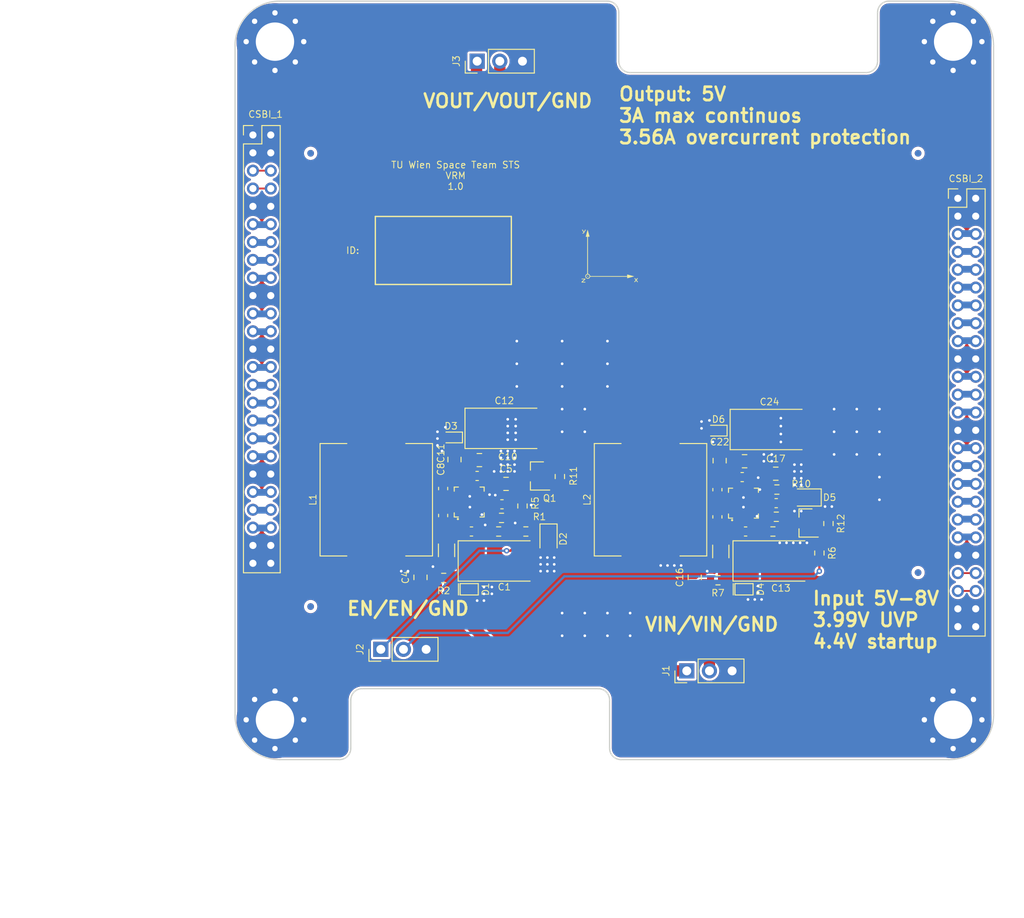
<source format=kicad_pcb>
(kicad_pcb (version 20211014) (generator pcbnew)
  (layers (0 "F.Cu" signal) (31 "B.Cu" signal) (34 "B.Paste" user) (35 "F.Paste" user) (36 "B.SilkS" user "B.Silkscreen") (37 "F.SilkS" user "F.Silkscreen") (38 "B.Mask" user) (39 "F.Mask" user) (44 "Edge.Cuts" user))
  (net 0 "")
  (net 1 "/STS1_connector/EDU_SPI_6")
  (net 2 "/STS1_connector/EDU_SPI_5")
  (net 3 "/STS1_connector/EDU_SPI_4")
  (net 4 "/STS1_connector/EDU_SPI_3")
  (net 5 "/STS1_connector/EDU_SPI_2")
  (net 6 "/STS1_connector/EDU_SPI_1")
  (net 7 "/STS1_connector/EDU_UPDATE")
  (net 8 "/STS1_connector/EDU_EN")
  (net 9 "/STS1_connector/UART_COBC_EDU_2")
  (net 10 "/STS1_connector/UART_COBC_EDU_1")
  (net 11 "/STS1_connector/EDU_Heartbeat")
  (net 12 "/STS1_connector/COBC_SPI_6")
  (net 13 "/STS1_connector/COBC_SPI_5")
  (net 14 "/STS1_connector/COBC_SPI_4")
  (net 15 "/STS1_connector/COBC_SPI_3")
  (net 16 "/STS1_connector/COBC_SPI_2")
  (net 17 "/STS1_connector/COBC_SPI_1")
  (net 18 "/STS1_connector/EPS_CHARGING")
  (net 19 "/STS1_connector/EPS_ANT_DEPLOYED")
  (net 20 "/STS1_connector/EPS_BAT_GOOD")
  (net 21 "/STS1_connector/UCI_COBC_3V3")
  (net 22 "/STS1_connector/UCI_COBC_UART_2")
  (net 23 "/STS1_connector/UCI_COBC_UART_1")
  (net 24 "unconnected-(CSBI_1-Pad45)")
  (net 25 "unconnected-(CSBI_1-Pad43)")
  (net 26 "unconnected-(CSBI_1-Pad41)")
  (net 27 "unconnected-(CSBI_1-Pad11)")
  (net 28 "unconnected-(CSBI_2-Pad11)")
  (net 29 "unconnected-(CSBI_2-Pad10)")
  (net 30 "unconnected-(CSBI_2-Pad7)")
  (net 31 "unconnected-(CSBI_2-Pad5)")
  (net 32 "/DCDC1/VIN")
  (net 33 "Net-(C4-Pad1)")
  (net 34 "Net-(C5-Pad1)")
  (net 35 "Net-(C6-Pad1)")
  (net 36 "Net-(C8-Pad1)")
  (net 37 "/sheet625FA2C9/VIN")
  (net 38 "Net-(C17-Pad1)")
  (net 39 "Net-(C18-Pad1)")
  (net 40 "Net-(C19-Pad2)")
  (net 41 "Net-(C19-Pad1)")
  (net 42 "/sheet625FA2C9/~{EN}")
  (net 43 "/DCDC1/~{EN}")
  (net 44 "/sheet625FA2C9/VOUT")
  (net 45 "/DCDC1/VOUT")
  (net 46 "AGND")
  (net 47 "Net-(C7-Pad2)")
  (net 48 "Net-(C7-Pad1)")
  (net 49 "Net-(C8-Pad2)")
  (net 50 "Net-(C16-Pad1)")
  (net 51 "Net-(C20-Pad2)")
  (net 52 "Net-(C20-Pad1)")
  (net 53 "Net-(D2-Pad1)")
  (net 54 "Net-(D5-Pad1)")
  (net 55 "Net-(Q1-Pad3)")
  (net 56 "Net-(Q2-Pad3)")
  (net 57 "Net-(CSBI_1-Pad7)")
  (net 58 "Net-(CSBI_1-Pad5)")
  (net 59 "Net-(CSBI_2-Pad45)")
  (net 60 "Net-(CSBI_2-Pad43)")
  (footprint "Fiducial:Fiducial_0.75mm_Mask1.5mm" (layer "F.Cu") (at 191.442 58.85)
    (fp_text reference "FID2" hide)
    (fp_text value "Fiducial")
  )
  (footprint "Fiducial:Fiducial_0.75mm_Mask1.5mm" (layer "F.Cu") (at 191.442 105.84)
    (fp_text reference "FID3" hide)
    (fp_text value "Fiducial")
  )
  (footprint "Fiducial:Fiducial_0.75mm_Mask1.5mm" (layer "F.Cu") (at 123.37 58.85)
    (fp_text reference "FID4" hide)
    (fp_text value "Fiducial")
  )
  (footprint "MountingHole:MountingHole_4.3mm_M4_Pad_Via" (layer "F.Cu") (at 119.37 46.34)
    (fp_text reference "H1" hide)
    (fp_text value "MountingHole_Pad" hide)
  )
  (footprint "MountingHole:MountingHole_4.3mm_M4_Pad_Via" (layer "F.Cu") (at 195.37 46.34)
    (fp_text reference "H2" hide)
    (fp_text value "MountingHole_Pad" hide)
  )
  (footprint "MountingHole:MountingHole_4.3mm_M4_Pad_Via" (layer "F.Cu") (at 119.37 122.34)
    (fp_text reference "H3" hide)
    (fp_text value "MountingHole_Pad" hide)
  )
  (footprint "MountingHole:MountingHole_4.3mm_M4_Pad_Via" (layer "F.Cu") (at 195.37 122.34)
    (fp_text reference "H4" hide)
    (fp_text value "MountingHole_Pad" hide)
  )
  (footprint "STS:Coordinates" (layer "F.Cu") (at 156.88654 70.375)
    (fp_text reference "U1" hide)
    (fp_text value "coordinate_system" hide)
  )
  (footprint "Fiducial:Fiducial_0.75mm_Mask1.5mm" (layer "F.Cu") (at 123.37 109.65)
    (fp_text reference "FID1" hide)
    (fp_text value "Fiducial")
  )
  (footprint "Connector_PinHeader_2.00mm:PinHeader_2x25_P2.00mm_Vertical" (layer "F.Cu") (at 195.9 63.9)
    (fp_text reference "CSBI_2")
    (fp_text value "Conn_02x25_Odd_Even")
  )
  (footprint "Connector_PinHeader_2.00mm:PinHeader_2x25_P2.00mm_Vertical" (layer "F.Cu") (at 116.9 56.8)
    (fp_text reference "CSBI_1")
    (fp_text value "Conn_02x25_Odd_Even")
  )
  (footprint "Connector_PinHeader_2.54mm:PinHeader_1x03_P2.54mm_Vertical" (layer "F.Cu") (at 165.52254 116.857 90)
    (fp_text reference "J1")
    (fp_text value "Conn_01x03_Female")
  )
  (footprint "Connector_PinHeader_2.54mm:PinHeader_1x03_P2.54mm_Vertical" (layer "F.Cu") (at 131.23254 114.444 90)
    (fp_text reference "J2")
    (fp_text value "Conn_01x03_Female")
  )
  (footprint "Connector_PinHeader_2.54mm:PinHeader_1x03_P2.54mm_Vertical" (layer "F.Cu") (at 142.02754 48.531 90)
    (fp_text reference "J3")
    (fp_text value "Conn_01x03_Female")
  )
  (footprint "Capacitor_Tantalum_SMD:CP_EIA-7343-43_Kemet-X" (layer "F.Cu") (at 144.31354 104.538)
    (fp_text reference "C1")
    (fp_text value "100uF")
  )
  (footprint "Capacitor_SMD:C_1206_3216Metric" (layer "F.Cu") (at 138.59854 103.346 -90)
    (fp_text reference "C2" hide)
    (fp_text value "22uF")
  )
  (footprint "Capacitor_SMD:C_0603_1608Metric" (layer "F.Cu") (at 141.39254 101.236)
    (fp_text reference "C3" hide)
    (fp_text value "100nF")
  )
  (footprint "Capacitor_SMD:C_0805_2012Metric" (layer "F.Cu") (at 135.67754 106.377 90)
    (fp_text reference "C4")
    (fp_text value "1uF")
  )
  (footprint "Capacitor_SMD:C_0805_2012Metric" (layer "F.Cu") (at 145.26854 95.902)
    (fp_text reference "C5")
    (fp_text value "1uF")
  )
  (footprint "Capacitor_SMD:C_0603_1608Metric" (layer "F.Cu") (at 144.80854 98.188)
    (fp_text reference "C6" hide)
    (fp_text value "22nF")
  )
  (footprint "Capacitor_SMD:C_0603_1608Metric" (layer "F.Cu") (at 138.21754 99.445 -90)
    (fp_text reference "C7" hide)
    (fp_text value "100nF")
  )
  (footprint "Capacitor_SMD:C_0603_1608Metric" (layer "F.Cu") (at 138.21754 96.423 90)
    (fp_text reference "C8")
    (fp_text value "100nF")
  )
  (footprint "Capacitor_SMD:C_0603_1608Metric" (layer "F.Cu") (at 142.02754 95.013)
    (fp_text reference "C9" hide)
    (fp_text value "100nF")
  )
  (footprint "Capacitor_SMD:C_0805_2012Metric" (layer "F.Cu") (at 142.28154 93.235)
    (fp_text reference "C10")
    (fp_text value "10uF")
  )
  (footprint "Capacitor_SMD:C_0805_2012Metric" (layer "F.Cu") (at 139.48754 93.174 90)
    (fp_text reference "C11")
    (fp_text value "10uF")
  )
  (footprint "Capacitor_Tantalum_SMD:CP_EIA-7343-43_Kemet-X" (layer "F.Cu") (at 145.07554 89.679)
    (fp_text reference "C12")
    (fp_text value "100uF")
  )
  (footprint "Capacitor_Tantalum_SMD:CP_EIA-7343-43_Kemet-X" (layer "F.Cu") (at 175.11004 104.538)
    (fp_text reference "C13")
    (fp_text value "100uF")
  )
  (footprint "Capacitor_SMD:C_1206_3216Metric" (layer "F.Cu") (at 169.33254 103.473 -90)
    (fp_text reference "C14" hide)
    (fp_text value "22uF")
  )
  (footprint "Capacitor_SMD:C_0603_1608Metric" (layer "F.Cu") (at 172.11354 101.236)
    (fp_text reference "C15" hide)
    (fp_text value "100nF")
  )
  (footprint "Capacitor_SMD:C_0805_2012Metric" (layer "F.Cu") (at 166.41154 106.377 90)
    (fp_text reference "C16")
    (fp_text value "1uF")
  )
  (footprint "Capacitor_SMD:C_0805_2012Metric" (layer "F.Cu") (at 175.49454 94.759)
    (fp_text reference "C17")
    (fp_text value "1uF")
  )
  (footprint "Capacitor_SMD:C_0603_1608Metric" (layer "F.Cu") (at 175.54254 98.061)
    (fp_text reference "C18" hide)
    (fp_text value "22nF")
  )
  (footprint "Capacitor_SMD:C_0603_1608Metric" (layer "F.Cu") (at 168.95154 99.598 -90)
    (fp_text reference "C19" hide)
    (fp_text value "100nF")
  )
  (footprint "Capacitor_SMD:C_0603_1608Metric" (layer "F.Cu") (at 168.95154 96.55 90)
    (fp_text reference "C20" hide)
    (fp_text value "100nF")
  )
  (footprint "Capacitor_SMD:C_0603_1608Metric" (layer "F.Cu") (at 171.73254 95.14)
    (fp_text reference "C21" hide)
    (fp_text value "100nF")
  )
  (footprint "Capacitor_SMD:C_0805_2012Metric" (layer "F.Cu") (at 169.20554 93.296 90)
    (fp_text reference "C22")
    (fp_text value "10uF")
  )
  (footprint "Capacitor_SMD:C_0805_2012Metric" (layer "F.Cu") (at 171.99954 93.362)
    (fp_text reference "C23" hide)
    (fp_text value "10uF")
  )
  (footprint "Capacitor_Tantalum_SMD:CP_EIA-7343-43_Kemet-X" (layer "F.Cu") (at 174.79354 89.806)
    (fp_text reference "C24")
    (fp_text value "100uF")
  )
  (footprint "STS1_Diodes:SGP1610N2" (layer "F.Cu") (at 141.13854 107.713 90)
    (fp_text reference "D1")
    (fp_text value "UCLAMP0871P.TNT ")
  )
  (footprint "Diode_SMD:D_0805_2012Metric" (layer "F.Cu") (at 150.02854 102.0765 -90)
    (fp_text reference "D2")
    (fp_text value "BZY55C12 RYG ")
  )
  (footprint "Diode_SMD:D_SOD-523" (layer "F.Cu") (at 139.23354 90.695 180)
    (fp_text reference "D3")
    (fp_text value "AQ1003-01LTG ")
  )
  (footprint "STS1_Diodes:SGP1610N2" (layer "F.Cu") (at 171.93604 107.713 90)
    (fp_text reference "D4")
    (fp_text value "UCLAMP0871P.TNT ")
  )
  (footprint "Diode_SMD:D_0805_2012Metric" (layer "F.Cu") (at 178.90604 97.426 180)
    (fp_text reference "D5")
    (fp_text value "BZY55C12 RYG ")
  )
  (footprint "Diode_SMD:D_SOD-523" (layer "F.Cu") (at 168.88954 89.933 180)
    (fp_text reference "D6")
    (fp_text value "AQ1003-01LTG ")
  )
  (footprint "Inductor_SMD:L_12x12mm_H6mm" (layer "F.Cu") (at 130.72454 97.68 90)
    (fp_text reference "L1")
    (fp_text value "4.7uH")
  )
  (footprint "Inductor_SMD:L_12x12mm_H6mm" (layer "F.Cu") (at 161.45854 97.68 90)
    (fp_text reference "L2")
    (fp_text value "4.7uH")
  )
  (footprint "Package_TO_SOT_SMD:SOT-23" (layer "F.Cu") (at 148.75854 95.013 180)
    (fp_text reference "Q1")
    (fp_text value "BSS123")
  )
  (footprint "Package_TO_SOT_SMD:SOT-23" (layer "F.Cu") (at 178.85754 100.2835 180)
    (fp_text reference "Q2" hide)
    (fp_text value "BSS123")
  )
  (footprint "Resistor_SMD:R_0603_1608Metric" (layer "F.Cu") (at 147.48854 101.236)
    (fp_text reference "R1")
    (fp_text value "10k")
  )
  (footprint "Resistor_SMD:R_0603_1608Metric" (layer "F.Cu") (at 138.28054 106.443 180)
    (fp_text reference "R2")
    (fp_text value "100mR")
  )
  (footprint "Resistor_SMD:R_0603_1608Metric" (layer "F.Cu") (at 144.44054 101.236 180)
    (fp_text reference "R3" hide)
    (fp_text value "100k")
  )
  (footprint "Resistor_SMD:R_0603_1608Metric" (layer "F.Cu") (at 144.75854 99.712)
    (fp_text reference "R4" hide)
    (fp_text value "33k")
  )
  (footprint "Resistor_SMD:R_0603_1608Metric" (layer "F.Cu") (at 147.10754 98.379 -90)
    (fp_text reference "R5")
    (fp_text value "21k5")
  )
  (footprint "Resistor_SMD:R_0603_1608Metric" (layer "F.Cu") (at 180.38154 103.6495 -90)
    (fp_text reference "R6")
    (fp_text value "10k")
  )
  (footprint "Resistor_SMD:R_0603_1608Metric" (layer "F.Cu") (at 169.01454 106.697 180)
    (fp_text reference "R7")
    (fp_text value "100mR")
  )
  (footprint "Resistor_SMD:R_0603_1608Metric" (layer "F.Cu") (at 175.17454 101.236 180)
    (fp_text reference "R8" hide)
    (fp_text value "100k")
  )
  (footprint "Resistor_SMD:R_0603_1608Metric" (layer "F.Cu") (at 175.55554 99.585)
    (fp_text reference "R9" hide)
    (fp_text value "33k")
  )
  (footprint "Resistor_SMD:R_0603_1608Metric" (layer "F.Cu") (at 175.61954 96.537)
    (fp_text reference "R10")
    (fp_text value "21k5")
  )
  (footprint "STS1_DCDC:MP28167_QFN16" (layer "F.Cu") (at 141.13854 97.934 90)
    (fp_text reference "U2" hide)
    (fp_text value "MP28167GQ")
  )
  (footprint "STS1_DCDC:MP28167_QFN16" (layer "F.Cu") (at 171.87254 98.061 90)
    (fp_text reference "U3" hide)
    (fp_text value "MP28167GQ")
  )
  (footprint "Resistor_SMD:R_0603_1608Metric" (layer "F.Cu") (at 151.29854 95.076 90)
    (fp_text reference "R11")
    (fp_text value "1M")
  )
  (footprint "Resistor_SMD:R_0603_1608Metric" (layer "F.Cu") (at 181.39754 100.3465 90)
    (fp_text reference "R12")
    (fp_text value "1M")
  )
  (footprint "Fiducial:Fiducial_0.75mm_Mask1.5mm" (layer "B.Cu") (at 123.37 58.85)
    (fp_text reference "FID5" hide)
    (fp_text value "Fiducial")
  )
  (footprint "Fiducial:Fiducial_0.75mm_Mask1.5mm" (layer "B.Cu") (at 191.442 105.84)
    (fp_text reference "FID7" hide)
    (fp_text value "Fiducial")
  )
  (footprint "Fiducial:Fiducial_0.75mm_Mask1.5mm" (layer "B.Cu") (at 123.37 109.65)
    (fp_text reference "FID8" hide)
    (fp_text value "Fiducial")
  )
  (footprint "Fiducial:Fiducial_0.75mm_Mask1.5mm" (layer "B.Cu") (at 191.442 58.85)
    (fp_text reference "FID6" hide)
    (fp_text value "Fiducial")
  )
  (gr_line (start 130.6215 73.5515) (end 130.6215 65.9315) (layer "F.SilkS") (width 0.15))
  (gr_line (start 145.8615 65.9315) (end 145.8615 73.5515) (layer "F.SilkS") (width 0.15))
  (gr_line (start 145.8615 73.5515) (end 130.6215 73.5515) (layer "F.SilkS") (width 0.15))
  (gr_line (start 130.6215 65.9315) (end 145.8615 65.9315) (layer "F.SilkS") (width 0.15))
  (gr_line (start 158.14 126.8) (end 194.9 126.8) (layer "Edge.Cuts") (width 0.15))
  (gr_line (start 114.9 46.8) (end 114.9 121.8) (layer "Edge.Cuts") (width 0.15))
  (gr_line (start 156.87 120.12) (end 156.87 125.53) (layer "Edge.Cuts") (width 0.15))
  (gr_line (start 186.90254 43.07) (end 186.90254 48.53636) (layer "Edge.Cuts") (width 0.15))
  (gr_arc (start 194.9 41.8) (mid 198.435534 43.264466) (end 199.9 46.8) (layer "Edge.Cuts") (width 0.15))
  (gr_arc (start 119.9 126.8) (mid 116.364466 125.335534) (end 114.9 121.8) (layer "Edge.Cuts") (width 0.15))
  (gr_arc (start 114.9 46.8) (mid 116.364466 43.264466) (end 119.9 41.8) (layer "Edge.Cuts") (width 0.15))
  (gr_arc (start 186.90254 43.07) (mid 187.274514 42.171974) (end 188.17254 41.8) (layer "Edge.Cuts") (width 0.15))
  (gr_line (start 119.9 126.8) (end 126.6 126.8) (layer "Edge.Cuts") (width 0.15))
  (gr_arc (start 127.87 120.12) (mid 128.241974 119.221974) (end 129.14 118.85) (layer "Edge.Cuts") (width 0.15))
  (gr_line (start 156.63254 41.8) (end 119.9 41.8) (layer "Edge.Cuts") (width 0.15))
  (gr_arc (start 156.63254 41.8) (mid 157.530566 42.171974) (end 157.90254 43.07) (layer "Edge.Cuts") (width 0.15))
  (gr_line (start 188.17254 41.8) (end 194.9 41.8) (layer "Edge.Cuts") (width 0.15))
  (gr_line (start 185.63254 49.80636) (end 159.17254 49.80636) (layer "Edge.Cuts") (width 0.15))
  (gr_arc (start 186.90254 48.53636) (mid 186.530566 49.434386) (end 185.63254 49.80636) (layer "Edge.Cuts") (width 0.15))
  (gr_line (start 157.90254 48.53636) (end 157.90254 43.07) (layer "Edge.Cuts") (width 0.15))
  (gr_arc (start 199.9 121.8) (mid 198.435534 125.335534) (end 194.9 126.8) (layer "Edge.Cuts") (width 0.15))
  (gr_line (start 127.87 125.53) (end 127.87 120.12) (layer "Edge.Cuts") (width 0.15))
  (gr_arc (start 127.87 125.53) (mid 127.498026 126.428026) (end 126.6 126.8) (layer "Edge.Cuts") (width 0.15))
  (gr_arc (start 159.17254 49.80636) (mid 158.274514 49.434386) (end 157.90254 48.53636) (layer "Edge.Cuts") (width 0.15))
  (gr_arc (start 155.6 118.85) (mid 156.498026 119.221974) (end 156.87 120.12) (layer "Edge.Cuts") (width 0.15))
  (gr_line (start 199.9 121.8) (end 199.9 46.8) (layer "Edge.Cuts") (width 0.15))
  (gr_line (start 129.14 118.85) (end 155.6 118.85) (layer "Edge.Cuts") (width 0.15))
  (gr_arc (start 158.14 126.8) (mid 157.241974 126.428026) (end 156.87 125.53) (layer "Edge.Cuts") (width 0.15))
  (gr_text "TU Wien Space Team STS\nVRM\n1.0" (at 139.61454 61.358) (layer "F.SilkS") (effects (font (size 0.75 0.75) (thickness 0.1))))
  (gr_text "Output: 5V\n3A max continuos\n3.56A overcurrent protection" (at 157.77554 54.627) (layer "F.SilkS") (effects (font (size 1.5 1.5) (thickness 0.3)) (justify left)))
  (gr_text "VOUT/VOUT/GND" (at 145.45654 52.976) (layer "F.SilkS") (effects (font (size 1.5 1.5) (thickness 0.3))))
  (gr_text "VIN/VIN/GND" (at 168.31654 111.65) (layer "F.SilkS") (effects (font (size 1.5 1.5) (thickness 0.3))))
  (gr_text "Input 5V-8V\n3.99V UVP\n4.4V startup" (at 179.49254 111.142) (layer "F.SilkS") (effects (font (size 1.5 1.5) (thickness 0.3)) (justify left)))
  (gr_text "ID:" (at 128.0815 69.7415) (layer "F.SilkS") (effects (font (size 0.75 0.75) (thickness 0.1))))
  (gr_text "EN/EN/GND" (at 134.28054 109.872) (layer "F.SilkS") (effects (font (size 1.5 1.5) (thickness 0.3))))
  (segment (start 116.87 92.85) (end 118.87 92.85) (width 0.762) (layer "B.Cu") (net 1))
  (segment (start 116.87 90.85) (end 118.87 90.85) (width 0.762) (layer "B.Cu") (net 2))
  (segment (start 116.87 88.85) (end 118.87 88.85) (width 0.762) (layer "B.Cu") (net 3))
  (segment (start 116.87 86.85) (end 118.87 86.85) (width 0.762) (layer "B.Cu") (net 4))
  (segment (start 116.87 84.85) (end 118.87 84.85) (width 0.762) (layer "B.Cu") (net 5))
  (segment (start 116.87 82.85) (end 118.87 82.85) (width 0.762) (layer "B.Cu") (net 6))
  (segment (start 116.87 78.85) (end 118.87 78.85) (width 0.762) (layer "B.Cu") (net 7))
  (segment (start 116.87 76.85) (end 118.87 76.85) (width 0.762) (layer "B.Cu") (net 8))
  (segment (start 116.87 72.85) (end 118.87 72.85) (width 0.762) (layer "B.Cu") (net 9))
  (segment (start 116.87 70.85) (end 118.87 70.85) (width 0.762) (layer "B.Cu") (net 10))
  (segment (start 116.87 68.85) (end 118.87 68.85) (width 0.762) (layer "B.Cu") (net 11))
  (segment (start 197.87 101.85) (end 195.87 101.85) (width 0.762) (layer "B.Cu") (net 12))
  (segment (start 197.87 99.85) (end 195.87 99.85) (width 0.762) (layer "B.Cu") (net 13))
  (segment (start 197.87 97.85) (end 195.87 97.85) (width 0.762) (layer "B.Cu") (net 14))
  (segment (start 197.87 95.85) (end 195.87 95.85) (width 0.762) (layer "B.Cu") (net 15))
  (segment (start 197.87 93.85) (end 195.87 93.85) (width 0.762) (layer "B.Cu") (net 16))
  (segment (start 197.87 91.85) (end 195.87 91.85) (width 0.762) (layer "B.Cu") (net 17))
  (segment (start 197.87 87.85) (end 195.87 87.85) (width 0.762) (layer "B.Cu") (net 18))
  (segment (start 197.87 85.85) (end 195.87 85.85) (width 0.762) (layer "B.Cu") (net 19))
  (segment (start 197.87 83.85) (end 195.87 83.85) (width 0.762) (layer "B.Cu") (net 20))
  (segment (start 197.87 79.85) (end 195.87 79.85) (width 0.762) (layer "B.Cu") (net 21))
  (segment (start 197.87 77.85) (end 195.87 77.85) (width 0.762) (layer "B.Cu") (net 22))
  (segment (start 197.87 75.85) (end 195.87 75.85) (width 0.762) (layer "B.Cu") (net 23))
  (segment (start 116.87 100.85) (end 118.87 100.85) (width 0.762) (layer "B.Cu") (net 24))
  (segment (start 116.87 98.85) (end 118.87 98.85) (width 0.762) (layer "B.Cu") (net 25))
  (segment (start 116.87 96.85) (end 118.87 96.85) (width 0.762) (layer "B.Cu") (net 26))
  (segment (start 116.87 66.85) (end 118.87 66.85) (width 0.762) (layer "B.Cu") (net 27))
  (segment (start 197.87 73.85) (end 195.87 73.85) (width 0.762) (layer "B.Cu") (net 28))
  (segment (start 197.87 71.85) (end 195.87 71.85) (width 0.762) (layer "B.Cu") (net 29))
  (segment (start 197.87 69.85) (end 195.87 69.85) (width 0.762) (layer "B.Cu") (net 30))
  (segment (start 197.87 67.85) (end 195.87 67.85) (width 0.762) (layer "B.Cu") (net 31))
  (segment (start 139.48754 109.872) (end 139.48754 107.078) (width 1.27) (layer "F.Cu") (net 32))
  (segment (start 165.52254 116.857) (end 146.47254 116.857) (width 1.27) (layer "F.Cu") (net 32))
  (segment (start 145.26554 101.236) (end 144.180919 102.320621) (width 0.2032) (layer "F.Cu") (net 32))
  (segment (start 144.180919 102.320621) (end 141.702161 102.320621) (width 0.2032) (layer "F.Cu") (net 32))
  (segment (start 146.47254 116.857) (end 139.48754 109.872) (width 1.27) (layer "F.Cu") (net 32))
  (segment (start 141.702161 102.320621) (end 140.61754 101.236) (width 0.2032) (layer "F.Cu") (net 32))
  (segment (start 136.56154 106.443) (end 135.67754 107.327) (width 0.2032) (layer "F.Cu") (net 33))
  (segment (start 137.45554 106.443) (end 136.56154 106.443) (width 0.2032) (layer "F.Cu") (net 33))
  (segment (start 144.31854 95.902) (end 142.470541 95.902) (width 0.2032) (layer "F.Cu") (net 34))
  (segment (start 142.470541 95.902) (end 141.888541 96.484) (width 0.2032) (layer "F.Cu") (net 34))
  (segment (start 145.160126 97.45899) (end 144.431116 98.188) (width 0.2032) (layer "F.Cu") (net 35))
  (segment (start 147.10754 97.554) (end 147.01253 97.45899) (width 0.2032) (layer "F.Cu") (net 35))
  (segment (start 144.431116 98.188) (end 144.03354 98.188) (width 0.2032) (layer "F.Cu") (net 35))
  (segment (start 143.52954 97.684) (end 144.03354 98.188) (width 0.254) (layer "F.Cu") (net 35))
  (segment (start 147.01253 97.45899) (end 145.160126 97.45899) (width 0.2032) (layer "F.Cu") (net 35))
  (segment (start 142.347326 97.684) (end 143.52954 97.684) (width 0.254) (layer "F.Cu") (net 35))
  (segment (start 139.92983 97.684) (end 138.70354 97.684) (width 0.2032) (layer "F.Cu") (net 36))
  (segment (start 138.70354 97.684) (end 138.21754 97.198) (width 0.2032) (layer "F.Cu") (net 36))
  (segment (start 168.06254 116.857) (end 168.06254 110.3165) (width 1.27) (layer "F.Cu") (net 37))
  (segment (start 172.09295 101.99041) (end 175.24513 101.99041) (width 0.254) (layer "F.Cu") (net 37))
  (segment (start 168.06254 110.3165) (end 170.60254 107.7765) (width 1.27) (layer "F.Cu") (net 37))
  (segment (start 171.33854 101.236) (end 172.09295 101.99041) (width 0.254) (layer "F.Cu") (net 37))
  (segment (start 175.24513 101.99041) (end 175.99954 101.236) (width 0.254) (layer "F.Cu") (net 37))
  (segment (start 172.622541 96.611) (end 173.450639 95.782902) (width 0.254) (layer "F.Cu") (net 38))
  (segment (start 174.245638 95.782902) (end 174.54454 95.484) (width 0.254) (layer "F.Cu") (net 38))
  (segment (start 174.54454 95.484) (end 174.54454 94.759) (width 0.254) (layer "F.Cu") (net 38))
  (segment (start 173.450639 95.782902) (end 174.245638 95.782902) (width 0.254) (layer "F.Cu") (net 38))
  (segment (start 174.76754 98.061) (end 174.51754 97.811) (width 0.254) (layer "F.Cu") (net 39))
  (segment (start 174.76754 96.564) (end 174.79454 96.537) (width 0.254) (layer "F.Cu") (net 39))
  (segment (start 174.51754 97.811) (end 173.081326 97.811) (width 0.254) (layer "F.Cu") (net 39))
  (segment (start 174.76754 98.061) (end 174.76754 96.564) (width 0.254) (layer "F.Cu") (net 39))
  (segment (start 168.95154 100.282001) (end 170.42254 98.811001) (width 0.254) (layer "F.Cu") (net 40))
  (segment (start 168.95154 100.373) (end 168.95154 100.282001) (width 0.254) (layer "F.Cu") (net 40))
  (segment (start 170.66383 98.311) (end 169.46354 98.311) (width 0.254) (layer "F.Cu") (net 41))
  (segment (start 169.46354 98.311) (end 168.95154 98.823) (width 0.254) (layer "F.Cu") (net 41))
  (segment (start 180.38154 104.4745) (end 180.38154 105.681) (width 0.254) (layer "F.Cu") (net 42))
  (via (at 180.38154 105.681) (size 0.6) (drill 0.3) (layers "F.Cu" "B.Cu") (net 42))
  (segment (start 151.798639 106.260401) (end 145.45654 112.6025) (width 0.254) (layer "B.Cu") (net 42))
  (segment (start 179.802139 106.260401) (end 151.798639 106.260401) (width 0.254) (layer "B.Cu") (net 42))
  (segment (start 180.38154 105.681) (end 179.802139 106.260401) (width 0.254) (layer "B.Cu") (net 42))
  (segment (start 145.45654 112.6025) (end 135.61404 112.6025) (width 0.254) (layer "B.Cu") (net 42))
  (segment (start 135.61404 112.6025) (end 133.77254 114.444) (width 0.254) (layer "B.Cu") (net 42))
  (segment (start 147.91354 101.236) (end 145.75454 103.395) (width 0.254) (layer "F.Cu") (net 43))
  (segment (start 148.31354 101.236) (end 147.91354 101.236) (width 0.254) (layer "F.Cu") (net 43))
  (segment (start 145.75454 103.395) (end 145.32954 103.395) (width 0.254) (layer "F.Cu") (net 43))
  (via (at 145.32954 103.395) (size 0.6) (drill 0.3) (layers "F.Cu" "B.Cu") (net 43))
  (segment (start 145.32954 103.395) (end 142.28154 103.395) (width 0.254) (layer "B.Cu") (net 43))
  (segment (start 142.28154 103.395) (end 131.23254 114.444) (width 0.254) (layer "B.Cu") (net 43))
  (segment (start 171.122539 96.611) (end 171.122539 95.304999) (width 0.254) (layer "F.Cu") (net 44))
  (segment (start 171.122539 95.304999) (end 170.95754 95.14) (width 0.254) (layer "F.Cu") (net 44))
  (segment (start 144.56754 60.977) (end 169.58954 85.999) (width 1.27) (layer "F.Cu") (net 44))
  (segment (start 144.56754 48.531) (end 144.56754 60.977) (width 1.27) (layer "F.Cu") (net 44))
  (segment (start 169.58954 85.999) (end 169.58954 89.933) (width 1.27) (layer "F.Cu") (net 44))
  (segment (start 141.96304 48.5955) (end 142.02754 48.531) (width 1.27) (layer "F.Cu") (net 45))
  (segment (start 141.96304 89.679) (end 141.96304 48.5955) (width 1.27) (layer "F.Cu") (net 45))
  (segment (start 172.12254 95.525) (end 172.50754 95.14) (width 0.254) (layer "F.Cu") (net 46))
  (segment (start 142.588626 98.684062) (end 141.393302 98.684062) (width 0.2032) (layer "F.Cu") (net 46))
  (segment (start 172.178102 98.811062) (end 171.87254 98.5055) (width 0.254) (layer "F.Cu") (net 46))
  (segment (start 140.88854 98.8317) (end 141.21474 98.5055) (width 0.2032) (layer "F.Cu") (net 46))
  (segment (start 173.322626 98.811062) (end 172.178102 98.811062) (width 0.254) (layer "F.Cu") (net 46))
  (segment (start 138.09554 92.224) (end 138.09054 92.219) (width 0.2032) (layer "F.Cu") (net 46))
  (segment (start 141.536304 98.183936) (end 141.21474 98.5055) (width 0.2032) (layer "F.Cu") (net 46))
  (segment (start 171.62254 98.7555) (end 171.87254 98.5055) (width 0.254) (layer "F.Cu") (net 46))
  (segment (start 173.322626 97.310938) (end 173.322626 96.928414) (width 0.254) (layer "F.Cu") (net 46))
  (segment (start 142.347326 98.183936) (end 141.536304 98.183936) (width 0.2032) (layer "F.Cu") (net 46))
  (segment (start 144.05954 97.1593) (end 143.472744 97.1593) (width 0.2032) (layer "F.Cu") (net 46))
  (segment (start 172.622541 99.511) (end 172.622541 98.9014) (width 0.254) (layer "F.Cu") (net 46))
  (segment (start 140.88854 99.384) (end 140.88854 98.8317) (width 0.2032) (layer "F.Cu") (net 46))
  (segment (start 171.87254 96.861) (end 172.12254 96.611) (width 0.254) (layer "F.Cu") (net 46))
  (segment (start 142.16754 101.236) (end 142.901175 100.502365) (width 0.2032) (layer "F.Cu") (net 46))
  (segment (start 171.87254 97.426) (end 171.87254 96.861) (width 0.254) (layer "F.Cu") (net 46))
  (segment (start 172.12254 96.611) (end 172.12254 95.525) (width 0.254) (layer "F.Cu") (net 46))
  (segment (start 141.38854 96.484) (end 141.38854 97.1125) (width 0.2032) (layer "F.Cu") (net 46))
  (segment (start 173.081326 98.569762) (end 173.322626 98.811062) (width 0.254) (layer "F.Cu") (net 46))
  (segment (start 145.664531 98.268991) (end 148.08289 98.268991) (width 0.2032) (layer "F.Cu") (net 46))
  (segment (start 172.88854 101.236) (end 172.526886 101.236) (width 0.254) (layer "F.Cu") (net 46))
  (segment (start 142.588626 97.183938) (end 141.317102 97.183938) (width 0.2032) (layer "F.Cu") (net 46))
  (segment (start 172.50754 95.14) (end 173.46004 95.14) (width 0.254) (layer "F.Cu") (net 46))
  (segment (start 145.58354 98.188) (end 145.664531 98.268991) (width 0.2032) (layer "F.Cu") (net 46))
  (segment (start 173.322626 96.928414) (end 173.71404 96.537) (width 0.254) (layer "F.Cu") (net 46))
  (segment (start 143.338686 97.183938) (end 143.418034 97.10459) (width 0.2032) (layer "F.Cu") (net 46))
  (segment (start 141.38854 97.1125) (end 141.20204 97.299) (width 0.2032) (layer "F.Cu") (net 46))
  (segment (start 172.226641 98.5055) (end 171.87254 98.5055) (width 0.254) (layer "F.Cu") (net 46))
  (segment (start 141.888541 98.8252) (end 141.568841 98.5055) (width 0.2032) (layer "F.Cu") (net 46))
  (segment (start 141.317102 97.183938) (end 141.20204 97.299) (width 0.2032) (layer "F.Cu") (net 46))
  (segment (start 144.05954 97.1593) (end 144.956907 97.1593) (width 0.2032) (layer "F.Cu") (net 46))
  (segment (start 171.62254 100.331654) (end 171.62254 99.511) (width 0.254) (layer "F.Cu") (net 46))
  (segment (start 139.48754 92.224) (end 138.09554 92.224) (width 0.2032) (layer "F.Cu") (net 46))
  (segment (start 173.322626 99.447586) (end 173.39654 99.5215) (width 0.254) (layer "F.Cu") (net 46))
  (segment (start 145.58354 99.712) (end 145.718516 99.712) (width 0.2032) (layer "F.Cu") (net 46))
  (segment (start 172.067104 98.310936) (end 171.87254 98.5055) (width 0.254) (layer "F.Cu") (net 46))
  (segment (start 173.46004 95.14) (end 173.52354 95.2035) (width 0.254) (layer "F.Cu") (net 46))
  (segment (start 141.568841 98.5055) (end 141.21474 98.5055) (width 0.2032) (layer "F.Cu") (net 46))
  (segment (start 143.472744 97.1593) (end 143.418034 97.10459) (width 0.2032) (layer "F.Cu") (net 46))
  (segment (start 141.393302 98.684062) (end 141.21474 98.5055) (width 0.2032) (layer "F.Cu") (net 46))
  (segment (start 140.88854 96.9855) (end 141.20204 97.299) (width 0.2032) (layer "F.Cu") (net 46))
  (segment (start 172.622541 98.9014) (end 172.226641 98.5055) (width 0.254) (layer "F.Cu") (net 46))
  (segment (start 172.526886 101.236) (end 171.62254 100.331654) (width 0.254) (layer "F.Cu") (net 46))
  (segment (start 142.901175 100.502365) (end 142.930425 100.502365) (width 0.2032) (layer "F.Cu") (net 46))
  (segment (start 140.88854 96.484) (end 140.88854 96.9855) (width 0.2032) (layer "F.Cu") (net 46))
  (segment (start 173.322626 98.811062) (end 173.322626 99.447586) (width 0.254) (layer "F.Cu") (net 46))
  (segment (start 141.888541 99.384) (end 141.888541 98.8252) (width 0.2032) (layer "F.Cu") (net 46))
  (segment (start 173.081326 98.310936) (end 172.067104 98.310936) (width 0.254) (layer "F.Cu") (net 46))
  (segment (start 173.081326 98.310936) (end 173.081326 98.569762) (width 0.254) (layer "F.Cu") (net 46))
  (segment (start 145.718516 99.712) (end 146.291705 100.285189) (width 0.2032) (layer "F.Cu") (net 46))
  (segment (start 171.87254 96.861) (end 171.62254 96.611) (width 0.254) (layer "F.Cu") (net 46))
  (segment (start 144.956907 97.1593) (end 146.214207 95.902) (width 0.2032) (layer "F.Cu") (net 46))
  (segment (start 142.588626 97.183938) (end 143.338686 97.183938) (width 0.2032) (layer "F.Cu") (net 46))
  (segment (start 171.62254 99.511) (end 171.62254 98.7555) (width 0.254) (layer "F.Cu") (net 46))
  (segment (start 146.214207 95.902) (end 146.21854 95.902) (width 0.2032) (layer "F.Cu") (net 46))
  (via (at 175.04754 93.362) (size 0.6) (drill 0.3) (layers "F.Cu" "B.Cu") (net 46))
  (via (at 138.47154 89.552) (size 0.6) (drill 0.3) (layers "F.Cu" "B.Cu") (net 46))
  (via (at 145.45654 92.981) (size 0.6) (drill 0.3) (layers "F.Cu" "B.Cu") (net 46))
  (via (at 137.58254 91.584) (size 0.6) (drill 0.3) (layers "F.Cu" "B.Cu") (net 46))
  (via (at 187.11254 97.68) (size 0.6) (drill 0.3) (layers "F.Cu" "B.Cu") (net 46))
  (via (at 145.45654 89.425) (size 0.6) (drill 0.3) (layers "F.Cu" "B.Cu") (net 46))
  (via (at 145.45654 90.187) (size 0.6) (drill 0.3) (layers "F.Cu" "B.Cu") (net 46))
  (via (at 143.418034 97.10459) (size 0.6) (drill 0.3) (layers "F.Cu" "B.Cu") (net 46))
  (via (at 146.34554 90.187) (size 0.6) (drill 0.3) (layers "F.Cu" "B.Cu") (net 46))
  (via (at 173.52354 108.094) (size 0.6) (drill 0.3) (layers "F.Cu" "B.Cu") (net 46))
  (via (at 145.45654 92.219) (size 0.6) (drill 0.3) (layers "F.Cu" "B.Cu") (net 46))
  (via (at 149.13954 104.157) (size 0.6) (drill 0.3) (layers "F.Cu" "B.Cu") (net 46))
  (via (at 149.90154 105.681) (size 0.6) (drill 0.3) (layers "F.Cu" "B.Cu") (net 46))
  (via (at 176.06354 88.536) (size 0.6) (drill 0.3) (layers "F.Cu" "B.Cu") (net 46))
  (via (at 146.47254 82.44) (size 0.6) (drill 0.3) (layers "F.Cu" "B.Cu") (net 46))
  (via (at 171.87254 98.5055) (size 0.6) (drill 0.3) (layers "F.Cu" "B.Cu") (net 46))
  (via (at 133.51854 105.681) (size 0.6) (drill 0.3) (layers "F.Cu" "B.Cu") (net 46))
  (via (at 149.90154 104.157) (size 0.6) (drill 0.3) (layers "F.Cu" "B.Cu") (net 46))
  (via (at 144.69454 92.981) (size 0.6) (drill 0.3) (layers "F.Cu" "B.Cu") (net 46))
  (via (at 146.47254 84.98) (size 0.6) (drill 0.3) (layers "F.Cu" "B.Cu") (net 46))
  (via (at 173.71404 96.537) (size 0.6) (drill 0.3) (layers "F.Cu" "B.Cu") (net 46))
  (via (at 151.55254 112.92) (size 0.6) (drill 0.3) (layers "F.Cu" "B.Cu") (net 46))
  (via (at 138.09054 92.219) (size 0.6) (drill 0.3) (layers "F.Cu" "B.Cu") (net 46))
  (via (at 159.17254 110.38) (size 0.6) (drill 0.3) (layers "F.Cu" "B.Cu") (net 46))
  (via (at 149.13954 104.919) (size 0.6) (drill 0.3) (layers "F.Cu" "B.Cu") (net 46))
  (via (at 181.01654 98.442) (size 0.6) (drill 0.3) (layers "F.Cu" "B.Cu") (net 46))
  (via (at 167.80854 105.681) (size 0.6) (drill 0.3) (layers "F.Cu" "B.Cu") (net 46))
  (via (at 150.66354 105.681) (size 0.6) (drill 0.3) (layers "F.Cu" "B.Cu") (net 46))
  (via (at 151.55254 82.44) (size 0.6) (drill 0.3) (layers "F.Cu" "B.Cu") (net 46))
  (via (at 167.17354 88.917) (size 0.6) (drill 0.3) (layers "F.Cu" "B.Cu") (net 46))
  (via (at 167.17354 89.679) (size 0.6) (drill 0.3) (layers "F.Cu" "B.Cu") (net 46))
  (via (at 184.57254 87.52) (size 0.6) (drill 0.3) (layers "F.Cu" "B.Cu") (net 46))
  (via (at 142.02754 108.983) (size 0.6) (drill 0.3) (layers "F.Cu" "B.Cu") (net 46))
  (via (at 177.58754 95.267) (size 0.6) (drill 0.3) (layers "F.Cu" "B.Cu") (net 46))
  (via (at 142.930425 100.502365) (size 0.6) (drill 0.3) (layers "F.Cu" "B.Cu") (net 46))
  (via (at 142.78954 108.221) (size 0.6) (drill 0.3) (layers "F.Cu" "B.Cu") (net 46))
  (via (at 173.39654 99.5215) (size 0.6) (drill 0.3) (layers "F.Cu" "B.Cu") (net 46))
  (via (at 142.56094 99.3437) (size 0.6) (drill 0.3) (layers "F.Cu" "B.Cu") (net 46))
  (via (at 168.06254 88.79) (size 0.6) (drill 0.3) (layers "F.Cu" "B.Cu") (net 46))
  (via (at 146.21854 94.505) (size 0.6) (drill 0.3) (layers "F.Cu" "B.Cu") (net 46))
  (via (at 143.67854 108.221) (size 0.6) (drill 0.3) (layers "F.Cu" "B.Cu") (net 46))
  (via (at 168.44354 91.203) (size 0.6) (drill 0.3) (layers "F.Cu" "B.Cu") (net 46))
  (via (at 176.69854 102.506) (size 0.6) (drill 0.3) (layers "F.Cu" "B.Cu") (net 46))
  (via (at 156.63254 110.38) (size 0.6) (drill 0.3) (layers "F.Cu" "B.Cu") (net 46))
  (via (at 141.20204 97.299) (size 0.6) (drill 0.3) (layers "F.Cu" "B.Cu") (net 46))
  (via (at 182.03254 90.06) (size 0.6) (drill 0.3) (layers "F.Cu" "B.Cu") (net 46))
  (via (at 146.21854 93.743) (size 0.6) (drill 0.3) (layers "F.Cu" "B.Cu") (net 46))
  (via (at 178.22254 102.506) (size 0.6) (drill 0.3) (layers "F.Cu" "B.Cu") (net 46))
  (via (at 178.34954 93.743) (size 0.6) (drill 0.3) (layers "F.Cu" "B.Cu") (net 46))
  (via (at 137.07454 105.173) (size 0.6) (drill 0.3) (layers "F.Cu" "B.Cu") (net 46))
  (via (at 187.11254 87.52) (size 0.6) (drill 0.3) (layers "F.Cu" "B.Cu") (net 46))
  (via (at 146.21854 92.981) (size 0.6) (drill 0.3) (layers "F.Cu" "B.Cu") (net 46))
  (via (at 144.69454 94.505) (size 0.6) (drill 0.3) (layers "F.Cu" "B.Cu") (net 46))
  (via (at 163.36354 105.046) (size 0.6) (drill 0.3) (layers "F.Cu" "B.Cu") (net 46))
  (via (at 173.52354 107.332) (size 0.6) (drill 0.3) (layers "F.Cu" "B.Cu") (net 46))
  (via (at 146.34554 90.949) (size 0.6) (drill 0.3) (layers "F.Cu" "B.Cu") (net 46))
  (via (at 151.55254 87.52) (size 0.6) (drill 0.3) (layers "F.Cu" "B.Cu") (net 46))
  (via (at 177.58754 93.743) (size 0.6) (drill 0.3) (layers "F.Cu" "B.Cu") (net 46))
  (via (at 156.63254 79.9) (size 0.6) (drill 0.3) (layers "F.Cu" "B.Cu") (net 46))
  (via (at 148.08289 98.268991) (size 0.6) (drill 0.3) (layers "F.Cu" "B.Cu") (net 46))
  (via (at 134.28054 105.681) (size 0.6) (drill 0.3) (layers "F.Cu" "B.Cu") (net 46))
  (via (at 142.78954 108.983) (size 0.6) (drill 0.3) (layers "F.Cu" "B.Cu") (net 46))
  (via (at 151.55254 110.38) (size 0.6) (drill 0.3) (layers "F.Cu" "B.Cu") (net 46))
  (via (at 177.58754 94.505) (size 0.6) (drill 0.3) (layers "F.Cu" "B.Cu") (net 46))
  (via (at 146.21854 92.219) (size 0.6) (drill 0.3) (layers "F.Cu" "B.Cu") (net 46))
  (via (at 177.46054 102.506) (size 0.6) (drill 0.3) (layers "F.Cu" "B.Cu") (net 46))
  (via (at 178.34954 95.267) (size 0.6) (drill 0.3) (layers "F.Cu" "B.Cu") (net 46))
  (via (at 145.45654 93.743) (size 0.6) (drill 0.3) (layers "F.Cu" "B.Cu") (net 46))
  (via (at 156.63254 112.92) (size 0.6) (drill 0.3) (layers "F.Cu" "B.Cu") (net 46))
  (via (at 143.67854 107.459) (size 0.6) (drill 0.3) (layers "F.Cu" "B.Cu") (net 46))
  (via (at 141.21474 98.5055) (size 0.6) (drill 0.3) (layers "F.Cu" "B.Cu") (net 46))
  (via (at 150.66354 104.919) (size 0.6) (drill 0.3) (layers "F.Cu" "B.Cu") (net 46))
  (via (at 172.38054 108.856) (size 0.6) (drill 0.3) (layers "F.Cu" "B.Cu") (net 46))
  (via (at 171.87254 97.426) (size 0.6) (drill 0.3) (layers "F.Cu" "B.Cu") (net 46))
  (via (at 176.06354 90.314) (size 0.6) (drill 0.3) (layers "F.Cu" "B.Cu") (net 46))
  (via (at 187.11254 90.06) (size 0.6) (drill 0.3) (layers "F.Cu" "B.Cu") (net 46))
  (via (at 154.09254 112.92) (size 0.6) (drill 0.3) (layers "F.Cu" "B.Cu") (net 46))
  (via (at 149.13954 105.681) (size 0.6) (drill 0.3) (layers "F.Cu" "B.Cu") (net 46))
  (via (at 173.90454 108.856) (size 0.6) (drill 0.3) (layers "F.Cu" "B.Cu") (net 46))
  (via (at 156.63254 82.44) (size 0.6) (drill 0.3) (layers "F.Cu" "B.Cu") (net 46))
  (via (at 182.03254 92.6) (size 0.6) (drill 0.3) (layers "F.Cu" "B.Cu") (net 46))
  (via (at 156.63254 84.98) (size 0.6) (drill 0.3) (layers "F.Cu" "B.Cu") (net 46))
  (via (at 146.47254 79.9) (size 0.6) (drill 0.3) (layers "F.Cu" "B.Cu") (net 46))
  (via (at 184.57254 92.6) (size 0.6) (drill 0.3) (layers "F.Cu" "B.Cu") (net 46))
  (via (at 164.88754 105.046) (size 0.6) (drill 0.3) (layers "F.Cu" "B.Cu") (net 46))
  (via (at 175.93654 102.506) (size 0.6) (drill 0.3) (layers "F.Cu" "B.Cu") (net 46))
  (via (at 137.58254 90.06) (size 0.6) (drill 0.3) (layers "F.Cu" "B.Cu") (net 46))
  (via (at 154.09254 87.52) (size 0.6) (drill 0.3) (layers "F.Cu" "B.Cu") (net 46))
  (via (at 187.11254 92.6) (size 0.6) (drill 0.3) (layers "F.Cu" "B.Cu") (net 46))
  (via (at 143.93254 94.505) (size 0.6) (drill 0.3) (layers "F.Cu" "B.Cu") (net 46))
  (via (at 164.12554 105.046) (size 0.6) (drill 0.3) (layers "F.Cu" "B.Cu") (net 46))
  (via (at 174.15854 92.6) (size 0.6) (drill 0.3) (layers "F.Cu" "B.Cu") (net 46))
  (via (at 151.55254 90.06) (size 0.6) (drill 0.3) (layers "F.Cu" "B.Cu") (net 46))
  (via (at 162.60154 105.046) (size 0.6) (drill 0.3) (layers "F.Cu" "B.Cu") (net 46))
  (via (at 144.69454 92.219) (size 0.6) (drill 0.3) (layers "F.Cu" "B.Cu") (net 46))
  (via (at 146.34554 89.425) (size 0.6) (drill 0.3) (layers "F.Cu" "B.Cu") (net 46))
  (via (at 178.34954 96.029) (size 0.6) (drill 0.3) (layers "F.Cu" "B.Cu") (net 46))
  (via (at 176.06354 91.203) (size 0.6) (drill 0.3) (layers "F.Cu" "B.Cu") (net 46))
  (via (at 173.52354 95.2035) (size 0.6) (drill 0.3) (layers "F.Cu" "B.Cu") (net 46))
  (via (at 177.58754 98.95) (size 0.6) (drill 0.3) (layers "F.Cu" "B.Cu") (net 46))
  (via (at 151.55254 79.9) (size 0.6) (drill 0.3) (layers "F.Cu" "B.Cu") (net 46))
  (via (at 154.09254 90.06) (size 0.6) (drill 0.3) (layers "F.Cu" "B.Cu") (net 46))
  (via (at 181.77854 98.442) (size 0.6) (drill 0.3) (layers "F.Cu" "B.Cu") (net 46))
  (via (at 145.45654 90.949) (size 0.6) (drill 0.3) (layers "F.Cu" "B.Cu") (net 46))
  (via (at 150.66354 104.157) (size 0.6) (drill 0.3) (layers "F.Cu" "B.Cu") (net 46))
  (via (at 187.11254 95.14) (size 0.6) (drill 0.3) (layers "F.Cu" "B.Cu") (net 46))
  (via (at 144.05954 97.1593) (size 0.6) (drill 0.3) (layers "F.Cu" "B.Cu") (net 46))
  (via (at 178.34954 98.95) (size 0.6) (drill 0.3) (layers "F.Cu" "B.Cu") (net 46))
  (via (at 178.34954 94.505) (size 0.6) (drill 0.3) (layers "F.Cu" "B.Cu") (net 46))
  (via (at 146.34554 88.663) (size 0.6) (drill 0.3) (layers "F.Cu" "B.Cu") (net 46))
  (via (at 176.06354 89.425) (size 0.6) (drill 0.3) (layers "F.Cu" "B.Cu") (net 46))
  (via (at 182.03254 87.52) (size 0.6) (drill 0.3) (layers "F.Cu" "B.Cu") (net 46))
  (via (at 159.17254 112.92) (size 0.6) (drill 0.3) (layers "F.Cu" "B.Cu") (net 46))
  (via (at 173.14254 108.856) (size 0.6) (drill 0.3) (layers "F.Cu" "B.Cu") (net 46))
  (via (at 177.58754 96.029) (size 0.6) (drill 0.3) (layers "F.Cu" "B.Cu") (net 46))
  (via (at 184.57254 90.06) (size 0.6) (drill 0.3) (layers "F.Cu" "B.Cu") (net 46))
  (via (at 144.69454 93.743) (size 0.6) (drill 0.3) (layers "F.Cu" "B.Cu") (net 46))
  (via (at 145.45654 94.505) (size 0.6) (drill 0.3) (layers "F.Cu" "B.Cu") (net 46))
  (via (at 145.45654 88.663) (size 0.6) (drill 0.3) (layers "F.Cu" "B.Cu") (net 46))
  (via (at 174.15854 93.362) (size 0.6) (drill 0.3) (layers "F.Cu" "B.Cu") (net 46))
  (via (at 175.04754 92.6) (size 0.6) (drill 0.3) (layers "F.Cu" "B.Cu") (net 46))
  (via (at 154.09254 110.38) (size 0.6) (drill 0.3) (layers "F.Cu" "B.Cu") (net 46))
  (via (at 178.98454 102.506) (size 0.6) (drill 0.3) (layers "F.Cu" "B.Cu") (net 46))
  (via (at 146.291705 100.285189) (size 0.6) (drill 0.3) (layers "F.Cu" "B.Cu") (net 46))
  (via (at 151.55254 84.98) (size 0.6) (drill 0.3) (layers "F.Cu" "B.Cu") (net 46))
  (via (at 142.78954 107.459) (size 0.6) (drill 0.3) (layers "F.Cu" "B.Cu") (net 46))
  (via (at 149.90154 104.919) (size 0.6) (drill 0.3) (layers "F.Cu" "B.Cu") (net 46))
  (via (at 137.58254 90.822) (size 0.6) (drill 0.3) (layers "F.Cu" "B.Cu") (net 46))
  (segment (start 138.21754 100.155001) (end 139.68854 98.684001) (width 0.2032) (layer "F.Cu") (net 47))
  (segment (start 138.21754 100.22) (end 138.21754 100.155001) (width 0.2032) (layer "F.Cu") (net 47))
  (segment (start 134.68454 98.67) (end 130.72454 102.63) (width 0.2032) (layer "F.Cu") (net 48))
  (segment (start 139.92983 98.184) (end 138.70354 98.184) (width 0.2032) (layer "F.Cu") (net 48))
  (segment (start 138.70354 98.184) (end 138.21754 98.67) (width 0.2032) (layer "F.Cu") (net 48))
  (segment (start 138.21754 98.67) (end 134.68454 98.67) (width 0.2032) (layer "F.Cu") (net 48))
  (segment (start 139.68854 97.119) (end 138.21754 95.648) (width 0.2032) (layer "F.Cu") (net 49))
  (segment (start 139.68854 97.183999) (end 139.68854 97.119) (width 0.2032) (layer "F.Cu") (net 49))
  (segment (start 167.04154 106.697) (end 166.41154 107.327) (width 0.254) (layer "F.Cu") (net 50))
  (segment (start 168.18954 106.697) (end 167.04154 106.697) (width 0.254) (layer "F.Cu") (net 50))
  (segment (start 168.95154 95.775) (end 168.95154 95.839999) (width 0.254) (layer "F.Cu") (net 51))
  (segment (start 168.95154 95.839999) (end 170.42254 97.310999) (width 0.254) (layer "F.Cu") (net 51))
  (segment (start 169.43754 97.811) (end 168.95154 97.325) (width 0.254) (layer "F.Cu") (net 52))
  (segment (start 170.66383 97.811) (end 169.43754 97.811) (width 0.254) (layer "F.Cu") (net 52))
  (segment (start 150.02854 101.139) (end 149.39653 100.50699) (width 0.2032) (layer "F.Cu") (net 53))
  (segment (start 150.02854 101.139) (end 150.02854 96.233) (width 0.2032) (layer "F.Cu") (net 53))
  (segment (start 149.75854 95.963) (end 151.23654 95.963) (width 0.2032) (layer "F.Cu") (net 53))
  (segment (start 149.39653 100.50699) (end 147.39255 100.50699) (width 0.2032) (layer "F.Cu") (net 53))
  (segment (start 147.39255 100.50699) (end 146.66354 101.236) (width 0.2032) (layer "F.Cu") (net 53))
  (segment (start 151.23654 95.963) (end 151.29854 95.901) (width 0.2032) (layer "F.Cu") (net 53))
  (segment (start 150.02854 96.233) (end 149.75854 95.963) (width 0.2032) (layer "F.Cu") (net 53))
  (segment (start 179.128139 100.504099) (end 179.85754 101.2335) (width 0.254) (layer "F.Cu") (net 54))
  (segment (start 181.39754 101.1715) (end 179.91954 101.1715) (width 0.254) (layer "F.Cu") (net 54))
  (segment (start 179.91954 101.1715) (end 179.85754 101.2335) (width 0.254) (layer "F.Cu") (net 54))
  (segment (start 179.85754 102.3005) (end 180.38154 102.8245) (width 0.254) (layer "F.Cu") (net 54))
  (segment (start 179.84354 97.426) (end 179.128139 98.141401) (width 0.254) (layer "F.Cu") (net 54))
  (segment (start 179.128139 98.141401) (end 179.128139 100.504099) (width 0.254) (layer "F.Cu") (net 54))
  (segment (start 179.85754 101.2335) (end 179.85754 102.3005) (width 0.254) (layer "F.Cu") (net 54))
  (segment (start 146.644482 99.85801) (end 147.570598 99.85801) (width 0.2032) (layer "F.Cu") (net 55))
  (segment (start 141.439341 99.993601) (end 142.577015 99.993601) (width 0.2032) (layer "F.Cu") (net 55))
  (segment (start 148.4953 95.09656) (end 148.41174 95.013) (width 0.2032) (layer "F.Cu") (net 55))
  (segment (start 142.616539 99.897701) (end 142.826861 99.897701) (width 0.2032) (layer "F.Cu") (net 55))
  (segment (start 146.37853 99.592058) (end 146.644482 99.85801) (width 0.2032) (layer "F.Cu") (net 55))
  (segment (start 147.570598 99.85801) (end 148.636892 98.791716) (width 0.2032) (layer "F.Cu") (net 55))
  (segment (start 143.93354 100.918) (end 143.61554 101.236) (width 0.2032) (layer "F.Cu") (net 55))
  (segment (start 141.38854 99.9428) (end 141.439341 99.993601) (width 0.2032) (layer "F.Cu") (net 55))
  (segment (start 142.577015 99.993601) (end 142.577015 99.937225) (width 0.2032) (layer "F.Cu") (net 55))
  (segment (start 148.636892 98.003069) (end 148.4953 97.861477) (width 0.2032) (layer "F.Cu") (net 55))
  (segment (start 141.38854 99.384) (end 141.38854 99.9428) (width 0.2032) (layer "F.Cu") (net 55))
  (segment (start 143.93354 99.712) (end 144.66255 98.98299) (width 0.2032) (layer "F.Cu") (net 55))
  (segment (start 143.012562 99.712) (end 143.93354 99.712) (width 0.2032) (layer "F.Cu") (net 55))
  (segment (start 148.41174 95.013) (end 147.75854 95.013) (width 0.2032) (layer "F.Cu") (net 55))
  (segment (start 146.37853 99.150038) (end 146.37853 99.592058) (width 0.2032) (layer "F.Cu") (net 55))
  (segment (start 142.577015 99.937225) (end 142.616539 99.897701) (width 0.2032) (layer "F.Cu") (net 55))
  (segment (start 146.211482 98.98299) (end 146.37853 99.150038) (width 0.2032) (layer "F.Cu") (net 55))
  (segment (start 142.826861 99.897701) (end 143.012562 99.712) (width 0.2032) (layer "F.Cu") (net 55))
  (segment (start 144.66255 98.98299) (end 146.211482 98.98299) (width 0.2032) (layer "F.Cu") (net 55))
  (segment (start 148.4953 97.861477) (end 148.4953 95.09656) (width 0.2032) (layer "F.Cu") (net 55))
  (segment (start 143.93354 99.712) (end 143.93354 100.918) (width 0.2032) (layer "F.Cu") (net 55))
  (segment (start 148.636892 98.791716) (end 148.636892 98.003069) (width 0.2032) (layer "F.Cu") (net 55))
  (segment (start 172.147941 100.146001) (end 172.12254 100.1206) (width 0.254) (layer "F.Cu") (net 56))
  (segment (start 174.169539 100.146001) (end 172.147941 100.146001) (width 0.254) (layer "F.Cu") (net 56))
  (segment (start 174.73054 99.585) (end 174.73054 100.855) (width 0.254) (layer "F.Cu") (net 56))
  (segment (start 175.10395 100.48159) (end 174.34954 101.236) (width 0.254) (layer "F.Cu") (net 56))
  (segment (start 174.73054 100.855) (end 174.34954 101.236) (width 0.254) (layer "F.Cu") (net 56))
  (segment (start 172.12254 100.1206) (end 172.12254 99.511) (width 0.254) (layer "F.Cu") (net 56))
  (segment (start 177.65945 100.48159) (end 175.10395 100.48159) (width 0.254) (layer "F.Cu") (net 56))
  (segment (start 174.73054 99.585) (end 174.169539 100.146001) (width 0.254) (layer "F.Cu") (net 56))
  (segment (start 177.85754 100.2835) (end 177.65945 100.48159) (width 0.254) (layer "F.Cu") (net 56))
  (segment (start 116.9 62.8) (end 118.9 62.8) (width 0.2032) (layer "F.Cu") (net 57))
  (segment (start 116.9 60.8) (end 118.9 60.8) (width 0.2032) (layer "F.Cu") (net 58))
  (segment (start 195.9 107.9) (end 197.9 107.9) (width 0.2032) (layer "F.Cu") (net 59))
  (segment (start 195.9 105.9) (end 197.9 105.9) (width 0.2032) (layer "F.Cu") (net 60))
  (zone (net 46) (net_name "AGND") (layer "F.Cu") (connect_pads yes (clearance 0.254)) (min_thickness 0.254) (fill yes (thermal_gap 0.508) (thermal_bridge_width 0.508))
    (polygon (pts (xy 200.19354 127.017) (xy 114.21454 127.144) (xy 114.84954 41.8) (xy 199.93954 41.673)))
  )
  (zone (net 41) (net_name "Net-(C19-Pad1)") (layer "F.Cu") (priority 1) (connect_pads yes (clearance 0.254)) (min_thickness 0.254) (fill yes (thermal_gap 0.508) (thermal_bridge_width 0.508))
    (polygon (pts (xy 171.42804 99.585) (xy 168.06254 99.585) (xy 168.06254 104.538) (xy 154.91804 104.538) (xy 154.91804 98.061) (xy 171.42804 98.061)))
  )
  (zone (net 52) (net_name "Net-(C20-Pad1)") (layer "F.Cu") (priority 2) (connect_pads yes (clearance 0.254)) (min_thickness 0.254) (fill yes (thermal_gap 0.508) (thermal_bridge_width 0.508))
    (polygon (pts (xy 168.06254 96.6005) (xy 171.42804 96.6005) (xy 171.42804 98.061) (xy 154.91804 98.061) (xy 154.91804 90.822) (xy 167.99904 90.822)))
  )
  (zone (net 44) (net_name "/sheet625FA2C9/VOUT") (layer "F.Cu") (priority 1) (connect_pads yes (clearance 0.254)) (min_thickness 0.254) (fill yes (thermal_gap 0.508) (thermal_bridge_width 0.508))
    (polygon (pts (xy 173.14254 91.33) (xy 171.74554 91.33) (xy 171.74554 95.9655) (xy 171.36454 95.9655) (xy 171.36454 97.172) (xy 169.65004 97.172) (xy 169.65004 96.029) (xy 168.18954 96.029) (xy 168.18954 93.235) (xy 170.03104 93.235) (xy 170.03104 91.2665) (xy 168.82454 91.2665) (xy 168.82454 86.8215) (xy 173.14254 86.8215)))
  )
  (zone (net 37) (net_name "/sheet625FA2C9/VIN") (layer "F.Cu") (priority 3) (connect_pads yes (clearance 0.254)) (min_thickness 0.254) (fill yes (thermal_gap 0.508) (thermal_bridge_width 0.508))
    (polygon (pts (xy 171.36454 100.474) (xy 171.99954 100.474) (xy 171.99954 102.125) (xy 173.58704 102.125) (xy 173.58704 106.697) (xy 171.93604 106.697) (xy 171.93604 108.7925) (xy 169.01504 108.7925) (xy 169.01504 105.7445) (xy 170.47554 105.7445) (xy 170.47554 103.8395) (xy 168.18954 103.8395) (xy 168.18954 101.109) (xy 169.71354 101.109) (xy 169.71354 98.8865) (xy 171.36454 98.8865)))
  )
  (zone (net 45) (net_name "/DCDC1/VOUT") (layer "F.Cu") (priority 1) (connect_pads yes (clearance 0.254)) (min_thickness 0.254) (fill yes (thermal_gap 0.508) (thermal_bridge_width 0.508))
    (polygon (pts (xy 143.61504 92.1555) (xy 142.09104 92.1555) (xy 142.09104 95.8385) (xy 140.63054 95.8385) (xy 140.63054 97.299) (xy 138.97954 97.299) (xy 138.91604 94.9495) (xy 137.96354 94.9495) (xy 137.96354 91.3935) (xy 139.23354 91.3935) (xy 139.23354 87.012) (xy 143.61504 87.012)))
  )
  (zone (net 48) (net_name "Net-(C7-Pad1)") (layer "F.Cu") (priority 1) (connect_pads yes (clearance 0.254)) (min_thickness 0.254) (fill yes (thermal_gap 0.508) (thermal_bridge_width 0.508))
    (polygon (pts (xy 140.75754 99.458) (xy 137.32854 99.458) (xy 137.32854 104.538) (xy 124.12054 104.538) (xy 124.12054 97.934) (xy 140.75754 97.934)))
  )
  (zone (net 36) (net_name "Net-(C8-Pad1)") (layer "F.Cu") (priority 2) (connect_pads yes (clearance 0.254)) (min_thickness 0.254) (fill yes (thermal_gap 0.508) (thermal_bridge_width 0.508))
    (polygon (pts (xy 137.07454 96.156) (xy 138.97954 96.156) (xy 138.97954 97.299) (xy 140.75754 97.299) (xy 140.75754 97.934) (xy 124.12054 97.934) (xy 124.12054 90.695) (xy 137.07454 90.695)))
  )
  (zone (net 32) (net_name "/DCDC1/VIN") (layer "F.Cu") (priority 3) (connect_pads yes (clearance 0.254)) (min_thickness 0.254) (fill yes (thermal_gap 0.508) (thermal_bridge_width 0.508))
    (polygon (pts (xy 141.39254 102.125) (xy 142.91654 102.125) (xy 142.78954 106.316) (xy 141.01154 106.316) (xy 141.01154 109.237) (xy 138.34454 109.237) (xy 138.34454 105.681) (xy 139.74154 105.681) (xy 139.74154 103.903) (xy 137.45554 103.903) (xy 137.45554 100.22) (xy 139.23354 100.22) (xy 139.23354 99.077) (xy 141.39254 99.077)))
  )
  (zone (net 46) (net_name "AGND") (layer "B.Cu") (connect_pads yes (clearance 0.254)) (min_thickness 0.254) (fill yes (thermal_gap 0.508) (thermal_bridge_width 0.508))
    (polygon (pts (xy 200.19354 127.017) (xy 114.21454 127.144) (xy 114.84954 41.8) (xy 199.93954 41.673)))
  )
)
</source>
